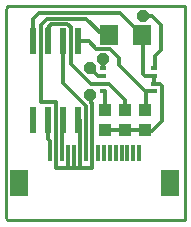
<source format=gtl>
G75*
%MOIN*%
%OFA0B0*%
%FSLAX25Y25*%
%IPPOS*%
%LPD*%
%AMOC8*
5,1,8,0,0,1.08239X$1,22.5*
%
%ADD10C,0.01000*%
%ADD11R,0.01200X0.05500*%
%ADD12R,0.06300X0.08700*%
%ADD13R,0.02400X0.08700*%
%ADD14R,0.02165X0.01378*%
%ADD15R,0.06299X0.07087*%
%ADD16R,0.03937X0.04331*%
%ADD17C,0.01200*%
%ADD18OC8,0.03962*%
D10*
X0026638Y0014433D02*
X0026638Y0084333D01*
X0026938Y0084633D01*
X0026938Y0085033D02*
X0086238Y0085033D01*
X0086438Y0084833D01*
X0086438Y0013933D01*
X0086338Y0013833D01*
X0026938Y0013833D01*
X0026838Y0013933D01*
D11*
X0041438Y0036033D03*
X0043438Y0036033D03*
X0045438Y0036033D03*
X0047338Y0036033D03*
X0049338Y0036033D03*
X0051338Y0036033D03*
X0053238Y0036033D03*
X0055238Y0036033D03*
X0057238Y0036033D03*
X0059238Y0036033D03*
X0061138Y0036033D03*
X0063138Y0036033D03*
X0065138Y0036033D03*
X0067038Y0036033D03*
X0069038Y0036033D03*
X0071038Y0036033D03*
D12*
X0081438Y0026333D03*
X0031038Y0026333D03*
D13*
X0035638Y0047033D03*
X0040638Y0047033D03*
X0045638Y0047033D03*
X0050638Y0047033D03*
X0050638Y0073533D03*
X0045638Y0073533D03*
X0040638Y0073533D03*
X0035638Y0073533D03*
D14*
X0058975Y0064372D03*
X0058975Y0061813D03*
X0058975Y0059254D03*
X0058975Y0059254D03*
X0058975Y0056695D03*
X0076101Y0056695D03*
X0076101Y0059254D03*
X0076101Y0061813D03*
X0076101Y0064372D03*
D15*
X0071850Y0075633D03*
X0060826Y0075633D03*
D16*
X0059588Y0050480D03*
X0059588Y0043787D03*
X0066238Y0043787D03*
X0066238Y0050480D03*
X0072938Y0050480D03*
X0072938Y0043787D03*
D17*
X0066238Y0043787D01*
X0059588Y0043787D01*
X0059588Y0050480D02*
X0059588Y0056695D01*
X0058975Y0056695D01*
X0058975Y0059254D02*
X0060917Y0059254D01*
X0066238Y0053933D01*
X0066238Y0050480D01*
X0065738Y0049933D01*
X0072438Y0049032D02*
X0072938Y0050480D01*
X0073238Y0050780D01*
X0073238Y0056433D01*
X0073499Y0056695D01*
X0072976Y0056695D01*
X0064238Y0065433D01*
X0064238Y0067933D01*
X0061238Y0070933D01*
X0056738Y0070933D01*
X0054138Y0073533D01*
X0050638Y0073533D01*
X0048138Y0078033D02*
X0047038Y0079133D01*
X0041738Y0079133D01*
X0040638Y0077933D01*
X0040638Y0073533D01*
X0045638Y0073533D02*
X0045638Y0059533D01*
X0053238Y0051933D01*
X0053238Y0036033D01*
X0051338Y0036033D02*
X0051338Y0047033D01*
X0050638Y0047033D01*
X0045638Y0047033D02*
X0045438Y0046833D01*
X0045438Y0036033D01*
X0047338Y0036033D02*
X0047338Y0031233D01*
X0049338Y0031233D01*
X0049338Y0036033D01*
X0051338Y0036033D02*
X0051338Y0031233D01*
X0049338Y0031233D01*
X0051338Y0031233D02*
X0055238Y0031233D01*
X0055238Y0052833D01*
X0054838Y0052833D01*
X0054838Y0055433D01*
X0054738Y0055433D01*
X0054917Y0059254D02*
X0048138Y0065933D01*
X0048138Y0078033D01*
X0053238Y0080933D02*
X0040238Y0080933D01*
X0038138Y0078733D01*
X0038138Y0053433D01*
X0038238Y0053333D01*
X0043138Y0053333D01*
X0043138Y0041633D01*
X0043438Y0041333D01*
X0043438Y0036033D01*
X0043438Y0031233D01*
X0047338Y0031233D01*
X0041438Y0036033D02*
X0041438Y0037233D01*
X0041438Y0036033D02*
X0041438Y0040233D01*
X0040738Y0040933D01*
X0040738Y0046933D01*
X0040638Y0047033D01*
X0054917Y0059254D02*
X0058975Y0059254D01*
X0058975Y0061813D02*
X0057358Y0061813D01*
X0054738Y0064433D01*
X0058975Y0064372D02*
X0058975Y0066196D01*
X0058988Y0067683D01*
X0059038Y0075633D02*
X0053238Y0080933D01*
X0059038Y0075633D02*
X0060826Y0075633D01*
X0064550Y0082933D02*
X0071850Y0075633D01*
X0072238Y0075245D01*
X0072238Y0062433D01*
X0072858Y0061813D01*
X0076101Y0061813D01*
X0076101Y0059254D01*
X0077917Y0059254D01*
X0078738Y0058433D01*
X0078738Y0046933D01*
X0075238Y0043433D01*
X0073291Y0043433D01*
X0072938Y0043787D01*
X0073499Y0056695D02*
X0076101Y0056695D01*
X0076101Y0064372D02*
X0076176Y0064372D01*
X0076176Y0068372D01*
X0078238Y0070433D01*
X0078238Y0078933D01*
X0075238Y0081933D01*
X0072238Y0081933D01*
X0064550Y0082933D02*
X0037738Y0082933D01*
X0035638Y0080833D01*
X0035638Y0073533D01*
D18*
X0054738Y0064433D03*
X0058988Y0067683D03*
X0054738Y0055433D03*
X0072238Y0081933D03*
M02*

</source>
